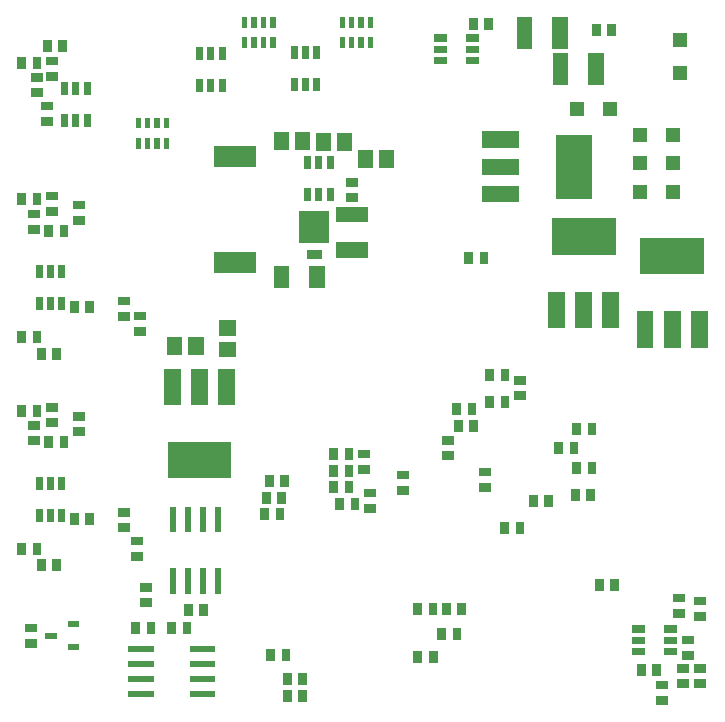
<source format=gbr>
G04 start of page 13 for group -4014 idx -4014 *
G04 Title: receiver, bottompaste *
G04 Creator: pcb 20140316 *
G04 CreationDate: Tue 02 Jan 2018 12:34:38 AM GMT UTC *
G04 For: brian *
G04 Format: Gerber/RS-274X *
G04 PCB-Dimensions (mil): 6000.00 5000.00 *
G04 PCB-Coordinate-Origin: lower left *
%MOIN*%
%FSLAX25Y25*%
%LNBOTTOMPASTE*%
%ADD179R,0.0177X0.0177*%
%ADD178R,0.0300X0.0300*%
%ADD177R,0.1000X0.1000*%
%ADD176R,0.0709X0.0709*%
%ADD175R,0.1220X0.1220*%
%ADD174R,0.0560X0.0560*%
%ADD173C,0.0001*%
%ADD172R,0.0200X0.0200*%
%ADD171R,0.0189X0.0189*%
%ADD170R,0.0512X0.0512*%
%ADD169R,0.0236X0.0236*%
%ADD168R,0.0295X0.0295*%
G54D168*X162008Y238941D02*X162992D01*
X162008Y244059D02*X162992D01*
X349059Y254992D02*Y254008D01*
X343941Y254992D02*Y254008D01*
G54D169*X174240Y235799D02*Y233831D01*
X170500Y235799D02*Y233831D01*
X166760Y235799D02*Y233831D01*
Y225169D02*Y223201D01*
X170500Y225169D02*Y223201D01*
X174240Y225169D02*Y223201D01*
G54D168*X157559Y243992D02*Y243008D01*
X152441Y243992D02*Y243008D01*
X160941Y249492D02*Y248508D01*
X166059Y249492D02*Y248508D01*
G54D169*X165740Y174799D02*Y172831D01*
X162000Y174799D02*Y172831D01*
X158260Y174799D02*Y172831D01*
Y164169D02*Y162201D01*
X162000Y164169D02*Y162201D01*
X165740Y164169D02*Y162201D01*
G54D168*X157559Y198492D02*Y197508D01*
X152441Y198492D02*Y197508D01*
X162008Y199059D02*X162992D01*
X162008Y193941D02*X162992D01*
X156008Y187941D02*X156992D01*
X156008Y193059D02*X156992D01*
X157559Y152492D02*Y151508D01*
X152441Y152492D02*Y151508D01*
X158941Y146992D02*Y146008D01*
X164059Y146992D02*Y146008D01*
X191508Y153941D02*X192492D01*
X191508Y159059D02*X192492D01*
X186008Y164059D02*X186992D01*
X186008Y158941D02*X186992D01*
X169941Y162492D02*Y161508D01*
X175059Y162492D02*Y161508D01*
X166559Y187992D02*Y187008D01*
X161441Y187992D02*Y187008D01*
X171008Y196059D02*X171992D01*
X171008Y190941D02*X171992D01*
X157008Y233441D02*X157992D01*
X157008Y238559D02*X157992D01*
X160508Y223941D02*X161492D01*
X160508Y229059D02*X161492D01*
G54D170*X332095Y244255D02*Y238745D01*
X343905Y244255D02*Y238745D01*
X331905Y256255D02*Y250745D01*
X320095Y256255D02*Y250745D01*
G54D168*X279008Y106059D02*X279992D01*
X279008Y100941D02*X279992D01*
X336559Y115492D02*Y114508D01*
X331441Y115492D02*Y114508D01*
X337441Y121992D02*Y121008D01*
X342559Y121992D02*Y121008D01*
X337441Y108992D02*Y108008D01*
X342559Y108992D02*Y108008D01*
X336941Y99992D02*Y99008D01*
X342059Y99992D02*Y99008D01*
X328059Y97992D02*Y97008D01*
X322941Y97992D02*Y97008D01*
G54D169*X165740Y104299D02*Y102331D01*
X162000Y104299D02*Y102331D01*
X158260Y104299D02*Y102331D01*
Y93669D02*Y91701D01*
X162000Y93669D02*Y91701D01*
X165740Y93669D02*Y91701D01*
G54D168*X157559Y127992D02*Y127008D01*
X152441Y127992D02*Y127008D01*
X162008Y128559D02*X162992D01*
X162008Y123441D02*X162992D01*
X156008Y117441D02*X156992D01*
X156008Y122559D02*X156992D01*
X157559Y81992D02*Y81008D01*
X152441Y81992D02*Y81008D01*
X158941Y76492D02*Y75508D01*
X164059Y76492D02*Y75508D01*
X186008Y93559D02*X186992D01*
X186008Y88441D02*X186992D01*
X169941Y91992D02*Y91008D01*
X175059Y91992D02*Y91008D01*
X166559Y117492D02*Y116508D01*
X161441Y117492D02*Y116508D01*
X171008Y125559D02*X171992D01*
X171008Y120441D02*X171992D01*
G54D171*X168894Y48681D02*X170744D01*
X168894Y56319D02*X170744D01*
X161256Y52500D02*X163106D01*
G54D172*X209500Y48000D02*X216000D01*
X209500Y43000D02*X216000D01*
X209500Y38000D02*X216000D01*
X209500Y33000D02*X216000D01*
X189000D02*X195500D01*
X189000Y38000D02*X195500D01*
X189000Y43000D02*X195500D01*
X189000Y48000D02*X195500D01*
G54D168*X155008Y49941D02*X155992D01*
X155008Y55059D02*X155992D01*
G54D173*G36*
X369638Y242350D02*Y237626D01*
X374362D01*
Y242350D01*
X369638D01*
G37*
G36*
Y253374D02*Y248650D01*
X374362D01*
Y253374D01*
X369638D01*
G37*
G54D168*X358941Y41492D02*Y40508D01*
X364059Y41492D02*Y40508D01*
X365508Y36059D02*X366492D01*
X365508Y30941D02*X366492D01*
X378008Y36441D02*X378992D01*
X378008Y41559D02*X378992D01*
X374008Y51059D02*X374992D01*
X374008Y45941D02*X374992D01*
X372508Y41559D02*X373492D01*
X372508Y36441D02*X373492D01*
G54D169*X357201Y54740D02*X359169D01*
X357201Y51000D02*X359169D01*
X357201Y47260D02*X359169D01*
X367831D02*X369799D01*
X367831Y51000D02*X369799D01*
X367831Y54740D02*X369799D01*
G54D174*X308800Y199700D02*X315400D01*
X308800Y208700D02*X315400D01*
X308800Y217800D02*X315400D01*
G54D175*X336500Y213200D02*Y204200D01*
G54D174*X348800Y164400D02*Y157800D01*
X339800Y164400D02*Y157800D01*
X330700Y164400D02*Y157800D01*
G54D175*X335300Y185500D02*X344300D01*
G54D174*X378300Y157900D02*Y151300D01*
X369300Y157900D02*Y151300D01*
X360200Y157900D02*Y151300D01*
G54D175*X364800Y179000D02*X373800D01*
G54D173*G36*
X367150Y202862D02*Y198138D01*
X371874D01*
Y202862D01*
X367150D01*
G37*
G36*
X356126D02*Y198138D01*
X360850D01*
Y202862D01*
X356126D01*
G37*
G36*
X367150Y221862D02*Y217138D01*
X371874D01*
Y221862D01*
X367150D01*
G37*
G36*
X356126D02*Y217138D01*
X360850D01*
Y221862D01*
X356126D01*
G37*
G36*
X367150Y212362D02*Y207638D01*
X371874D01*
Y212362D01*
X367150D01*
G37*
G36*
X356126D02*Y207638D01*
X360850D01*
Y212362D01*
X356126D01*
G37*
G54D168*X302941Y256992D02*Y256008D01*
X308059Y256992D02*Y256008D01*
G54D173*G36*
X335126Y230362D02*Y225638D01*
X339850D01*
Y230362D01*
X335126D01*
G37*
G36*
X346150D02*Y225638D01*
X350874D01*
Y230362D01*
X346150D01*
G37*
G54D170*X246043Y217893D02*Y217107D01*
X238957Y217893D02*Y217107D01*
G54D168*X262008Y198441D02*X262992D01*
X262008Y203559D02*X262992D01*
G54D176*X219957Y212217D02*X227043D01*
X219957Y176783D02*X227043D01*
G54D177*X250000Y189000D02*Y188500D01*
G54D178*X249000Y179500D02*X251000D01*
G54D169*X247760Y200669D02*Y198701D01*
X251500Y200669D02*Y198701D01*
X255240Y200669D02*Y198701D01*
Y211299D02*Y209331D01*
X251500Y211299D02*Y209331D01*
X247760Y211299D02*Y209331D01*
G54D170*X259745Y192905D02*X265255D01*
X259745Y181095D02*X265255D01*
X239095Y173181D02*Y170819D01*
X250905Y173181D02*Y170819D01*
X260043Y217393D02*Y216607D01*
X252957Y217393D02*Y216607D01*
X274043Y211893D02*Y211107D01*
X266957Y211893D02*Y211107D01*
G54D169*X219240Y247614D02*Y245646D01*
X215500Y247614D02*Y245646D01*
X211760Y247614D02*Y245646D01*
Y236984D02*Y235016D01*
X215500Y236984D02*Y235016D01*
X219240Y236984D02*Y235016D01*
X250740Y247799D02*Y245831D01*
X247000Y247799D02*Y245831D01*
X243260Y247799D02*Y245831D01*
Y237169D02*Y235201D01*
X247000Y237169D02*Y235201D01*
X250740Y237169D02*Y235201D01*
X291201Y251740D02*X293169D01*
X291201Y248000D02*X293169D01*
X291201Y244260D02*X293169D01*
X301831D02*X303799D01*
X301831Y248000D02*X303799D01*
X301831Y251740D02*X303799D01*
G54D168*X301441Y178992D02*Y178008D01*
X306559Y178992D02*Y178008D01*
X371008Y65059D02*X371992D01*
X371008Y59941D02*X371992D01*
X378008Y58941D02*X378992D01*
X378008Y64059D02*X378992D01*
X246059Y32992D02*Y32008D01*
X240941Y32992D02*Y32008D01*
Y38492D02*Y37508D01*
X246059Y38492D02*Y37508D01*
X240559Y46492D02*Y45508D01*
X235441Y46492D02*Y45508D01*
G54D170*X220607Y147957D02*X221393D01*
X220607Y155043D02*X221393D01*
X210543Y149393D02*Y148607D01*
X203457Y149393D02*Y148607D01*
G54D174*X202700Y138700D02*Y132100D01*
X211700Y138700D02*Y132100D01*
X220800Y138700D02*Y132100D01*
G54D175*X207200Y111000D02*X216200D01*
G54D179*X200724Y224232D02*Y222461D01*
Y217539D02*Y215768D01*
X197575Y224232D02*Y222461D01*
Y217539D02*Y215768D01*
X194425Y224232D02*Y222461D01*
Y217539D02*Y215768D01*
X191276Y224232D02*Y222461D01*
Y217539D02*Y215768D01*
X236224Y257732D02*Y255961D01*
Y251039D02*Y249268D01*
X233075Y257732D02*Y255961D01*
Y251039D02*Y249268D01*
X229925Y257732D02*Y255961D01*
Y251039D02*Y249268D01*
X226776Y257732D02*Y255961D01*
Y251039D02*Y249268D01*
X268724Y257732D02*Y255961D01*
Y251039D02*Y249268D01*
X265575Y257732D02*Y255961D01*
Y251039D02*Y249268D01*
X262425Y257732D02*Y255961D01*
Y251039D02*Y249268D01*
X259276Y257732D02*Y255961D01*
Y251039D02*Y249268D01*
G54D168*X256441Y113492D02*Y112508D01*
X261559Y113492D02*Y112508D01*
X256441Y107992D02*Y107008D01*
X261559Y107992D02*Y107008D01*
X266008Y113059D02*X266992D01*
X266008Y107941D02*X266992D01*
X258441Y96992D02*Y96008D01*
X263559Y96992D02*Y96008D01*
X256441Y102492D02*Y101508D01*
X261559Y102492D02*Y101508D01*
X268008Y94941D02*X268992D01*
X268008Y100059D02*X268992D01*
X239059Y98992D02*Y98008D01*
X233941Y98992D02*Y98008D01*
X240059Y104492D02*Y103508D01*
X234941Y104492D02*Y103508D01*
X238559Y93492D02*Y92508D01*
X233441Y93492D02*Y92508D01*
X303059Y122992D02*Y122008D01*
X297941Y122992D02*Y122008D01*
X302559Y128492D02*Y127508D01*
X297441Y128492D02*Y127508D01*
X294008Y112441D02*X294992D01*
X294008Y117559D02*X294992D01*
X308441Y139992D02*Y139008D01*
X313559Y139992D02*Y139008D01*
X308441Y130992D02*Y130008D01*
X313559Y130992D02*Y130008D01*
X318008Y137559D02*X318992D01*
X318008Y132441D02*X318992D01*
X292441Y53492D02*Y52508D01*
X297559Y53492D02*Y52508D01*
X299059Y61992D02*Y61008D01*
X293941Y61992D02*Y61008D01*
X284441Y61992D02*Y61008D01*
X289559Y61992D02*Y61008D01*
X207559Y55492D02*Y54508D01*
X202441Y55492D02*Y54508D01*
X190441Y55492D02*Y54508D01*
X195559Y55492D02*Y54508D01*
X306508Y107059D02*X307492D01*
X306508Y101941D02*X307492D01*
X313441Y88992D02*Y88008D01*
X318559Y88992D02*Y88008D01*
X213059Y61492D02*Y60508D01*
X207941Y61492D02*Y60508D01*
G54D172*X218000Y74000D02*Y67500D01*
X213000Y74000D02*Y67500D01*
X208000Y74000D02*Y67500D01*
X203000Y74000D02*Y67500D01*
Y94500D02*Y88000D01*
X208000Y94500D02*Y88000D01*
X213000Y94500D02*Y88000D01*
X218000Y94500D02*Y88000D01*
G54D168*X190508Y78941D02*X191492D01*
X190508Y84059D02*X191492D01*
X193508Y68559D02*X194492D01*
X193508Y63441D02*X194492D01*
X344941Y69992D02*Y69008D01*
X350059Y69992D02*Y69008D01*
X289607Y45872D02*Y44888D01*
X284489Y45872D02*Y44888D01*
M02*

</source>
